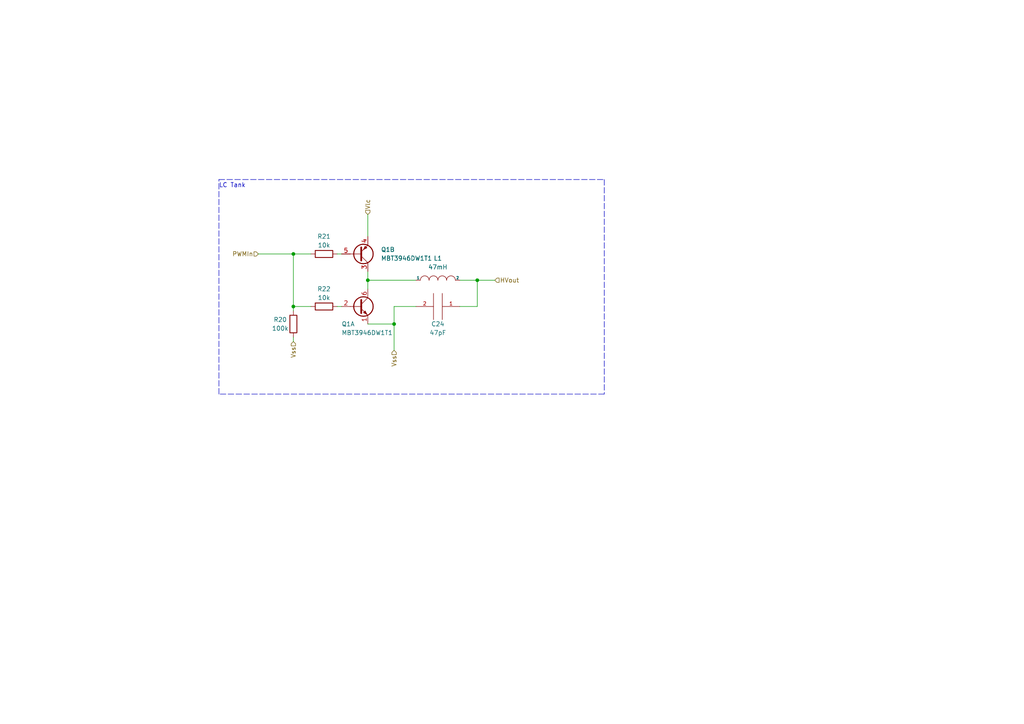
<source format=kicad_sch>
(kicad_sch (version 20211123) (generator eeschema)
  (paper "A4")
  (lib_symbols
    (symbol "Device:R" (pin_numbers hide) (pin_names (offset 0))
      (property "Reference" "R" (at 2.032 0 90))
      (property "Value" "R" (at 0 0 90))
      (symbol "R_0_1"
        (rectangle (start -1.016 -2.54) (end 1.016 2.54) (stroke (width 0.254)))
      )
      (symbol "R_1_1"
        (pin passive line (at 0 3.81 270) (length 1.27) (name "~") (number "1"))
        (pin passive line (at 0 -3.81 90) (length 1.27) (name "~") (number "2"))
      )
    )
    (symbol "Transistor_BJT:MBT3946DW1T1" (pin_names (offset 0) hide)
      (property "Reference" "Q" (at 5.08 1.27 0))
      (property "Value" "MBT3946DW1T1" (at 5.08 -1.27 0))
      (symbol "MBT3946DW1T1_0_1"
        (polyline (pts (xy 0.635 0) (xy -2.54 0)))
        (circle (center 1.27 0) (radius 2.8194) (stroke (width 0.254)))
        (circle (center 1.27 0) (radius 2.8194) (stroke (width 0.254)))
      )
      (symbol "MBT3946DW1T1_1_1"
        (polyline (pts (xy 0.635 0.635) (xy 2.54 2.54)))
        (polyline (pts (xy 0.635 -0.635) (xy 2.54 -2.54) (xy 2.54 -2.54)))
        (polyline (pts (xy 0.635 1.905) (xy 0.635 -1.905) (xy 0.635 -1.905)) (stroke (width 0.508)))
        (polyline (pts (xy 1.27 -1.778) (xy 1.778 -1.27) (xy 2.286 -2.286) (xy 1.27 -1.778) (xy 1.27 -1.778)) (fill (type outline)))
        (pin passive line (at 2.54 -5.08 90) (length 2.54) (name "E1") (number "1"))
        (pin input line (at -5.08 0 0) (length 2.54) (name "B1") (number "2"))
        (pin passive line (at 2.54 5.08 270) (length 2.54) (name "C1") (number "6"))
      )
      (symbol "MBT3946DW1T1_2_1"
        (polyline (pts (xy 0.635 0.635) (xy 2.54 2.54)))
        (polyline (pts (xy 0.635 -0.635) (xy 2.54 -2.54) (xy 2.54 -2.54)))
        (polyline (pts (xy 0.635 1.905) (xy 0.635 -1.905) (xy 0.635 -1.905)) (stroke (width 0.508)))
        (polyline (pts (xy 2.286 -1.778) (xy 1.778 -2.286) (xy 1.27 -1.27) (xy 2.286 -1.778) (xy 2.286 -1.778)) (fill (type outline)))
        (pin passive line (at 2.54 5.08 270) (length 2.54) (name "C2") (number "3"))
        (pin passive line (at 2.54 -5.08 90) (length 2.54) (name "E2") (number "4"))
        (pin input line (at -5.08 0 0) (length 2.54) (name "B2") (number "5"))
      )
    )
    (symbol "pspice:CAP" (pin_names (offset 0.254))
      (property "Reference" "C" (at 2.54 3.81 90))
      (property "Value" "CAP" (at 2.54 -3.81 90))
      (symbol "CAP_0_1"
        (polyline (pts (xy -3.81 -1.27) (xy 3.81 -1.27)))
        (polyline (pts (xy -3.81 1.27) (xy 3.81 1.27)))
      )
      (symbol "CAP_1_1"
        (pin passive line (at 0 6.35 270) (length 5.08) (name "~") (number "1"))
        (pin passive line (at 0 -6.35 90) (length 5.08) (name "~") (number "2"))
      )
    )
    (symbol "pspice:INDUCTOR" (pin_numbers hide) (pin_names (offset 0))
      (property "Reference" "L" (at 0 2.54 0))
      (property "Value" "INDUCTOR" (at 0 -1.27 0))
      (symbol "INDUCTOR_0_1"
        (arc (start -2.54 0) (mid -3.81 1.27) (end -5.08 0))
        (arc (start 0 0) (mid -1.27 1.27) (end -2.54 0))
        (arc (start 2.54 0) (mid 1.27 1.27) (end 0 0))
        (arc (start 5.08 0) (mid 3.81 1.27) (end 2.54 0))
      )
      (symbol "INDUCTOR_1_1"
        (pin input line (at -6.35 0 0) (length 1.27) (name "1") (number "1"))
        (pin input line (at 6.35 0 180) (length 1.27) (name "2") (number "2"))
      )
    )
  )
  (junction (at 138.43 81.28))
  (junction (at 106.68 81.28))
  (junction (at 85.09 88.9))
  (junction (at 85.09 73.66))
  (junction (at 114.3 93.98))
  (wire (pts (xy 85.09 97.79) (xy 85.09 99.06)))
  (wire (pts (xy 97.79 73.66) (xy 99.06 73.66)))
  (wire (pts (xy 138.43 81.28) (xy 143.51 81.28)))
  (wire (pts (xy 85.09 88.9) (xy 85.09 90.17)))
  (wire (pts (xy 133.35 81.28) (xy 138.43 81.28)))
  (wire (pts (xy 85.09 88.9) (xy 90.17 88.9)))
  (polyline (pts (xy 63.5 114.3) (xy 63.5 52.07)))
  (wire (pts (xy 138.43 81.28) (xy 138.43 88.9)))
  (polyline (pts (xy 175.26 52.07) (xy 175.26 114.3)))
  (wire (pts (xy 114.3 88.9) (xy 114.3 93.98)))
  (wire (pts (xy 97.79 88.9) (xy 99.06 88.9)))
  (wire (pts (xy 85.09 73.66) (xy 85.09 88.9)))
  (wire (pts (xy 74.93 73.66) (xy 85.09 73.66)))
  (wire (pts (xy 106.68 81.28) (xy 106.68 83.82)))
  (polyline (pts (xy 63.5 52.07) (xy 175.26 52.07)))
  (wire (pts (xy 114.3 88.9) (xy 120.65 88.9)))
  (wire (pts (xy 114.3 93.98) (xy 114.3 101.6)))
  (wire (pts (xy 85.09 73.66) (xy 90.17 73.66)))
  (wire (pts (xy 106.68 78.74) (xy 106.68 81.28)))
  (wire (pts (xy 133.35 88.9) (xy 138.43 88.9)))
  (wire (pts (xy 106.68 81.28) (xy 120.65 81.28)))
  (wire (pts (xy 106.68 93.98) (xy 114.3 93.98)))
  (polyline (pts (xy 175.26 114.3) (xy 63.5 114.3)))
  (wire (pts (xy 106.68 62.23) (xy 106.68 68.58)))
  (text "LC Tank\n" (at 63.5 54.61 0) (effects (font (size 1.27 1.27)) (justify left bottom)))
  (hierarchical_label "Vss" (shape input) (at 114.3 101.6 270))
  (hierarchical_label "PWMIn" (shape input) (at 74.93 73.66 180))
  (hierarchical_label "Vlc" (shape input) (at 106.68 62.23 90))
  (hierarchical_label "HVout" (shape input) (at 143.51 81.28 0))
  (hierarchical_label "Vss" (shape input) (at 85.09 99.06 270))
  (symbol (lib_id "Device:R") (at 85.09 93.98 0) (unit 1)
    (property "Reference" "R20" (at 81.28 92.71 0))
    (property "Value" "100k" (at 81.28 95.25 0))
    (property "Footprint" "Resistor_SMD:R_0603_1608Metric_Pad0.98x0.95mm_HandSolder" (effects hide))
    (property "Datasheet" "https://nl.mouser.com/datasheet/2/447/Yageo_03_18_2021_PYu_RC_Group_51_RoHS_L_11-2199992.pdf" (effects hide))
    (property "Ref" "RC0603JR-10100KL" (effects hide))
  )
  (symbol (lib_id "Device:R") (at 93.98 88.9 90) (unit 1)
    (property "Reference" "R22" (at 93.98 83.82 90))
    (property "Value" "10k" (at 93.98 86.36 90))
    (property "Footprint" "Resistor_SMD:R_0805_2012Metric_Pad1.20x1.40mm_HandSolder" (effects hide))
    (property "Datasheet" "https://nl.mouser.com/datasheet/2/447/Yageo_03_18_2021_PYu_RC_Group_51_RoHS_L_11-2199992.pdf" (effects hide))
    (property "Ref" "RC0805FR-0710KL" (effects hide))
  )
  (symbol (lib_id "Transistor_BJT:MBT3946DW1T1") (at 104.14 73.66 0) (mirror x) (unit 2)
    (property "Reference" "Q1" (at 110.49 72.3899 0) (effects (justify left)))
    (property "Value" "MBT3946DW1T1" (at 110.49 74.9299 0) (effects (justify left)))
    (property "Footprint" "Package_TO_SOT_SMD:SOT-363_SC-70-6" (effects hide))
    (property "Datasheet" "http://www.onsemi.com/pub_link/Collateral/MBT3946DW1T1-D.PDF" (effects hide))
    (property "Ref" "MBT3946DW1T1G" (effects hide))
  )
  (symbol (lib_id "Device:R") (at 93.98 73.66 90) (unit 1)
    (property "Reference" "R21" (at 93.98 68.58 90))
    (property "Value" "10k" (at 93.98 71.12 90))
    (property "Footprint" "Resistor_SMD:R_0805_2012Metric_Pad1.20x1.40mm_HandSolder" (effects hide))
    (property "Datasheet" "https://nl.mouser.com/datasheet/2/447/Yageo_03_18_2021_PYu_RC_Group_51_RoHS_L_11-2199992.pdf" (effects hide))
    (property "Ref" "RC0805FR-0710KL" (effects hide))
  )
  (symbol (lib_id "pspice:CAP") (at 127 88.9 270) (mirror x) (unit 1)
    (property "Reference" "C24" (at 127 93.98 90))
    (property "Value" "47pF" (at 127 96.52 90))
    (property "Footprint" "Capacitor_SMD:C_1206_3216Metric_Pad1.33x1.80mm_HandSolder" (effects hide))
    (property "Datasheet" "https://nl.mouser.com/datasheet/2/447/UPY_AC_NP0X7RX7S_6_3V_to_2KV_18-3003021.pdf" (effects hide))
    (property "Ref" "AC1206JKNPOCBN470" (effects hide))
  )
  (symbol (lib_id "Transistor_BJT:MBT3946DW1T1") (at 104.14 88.9 0) (unit 1)
    (property "Reference" "Q1" (at 99.06 93.98 0) (effects (justify left)))
    (property "Value" "MBT3946DW1T1" (at 99.06 96.52 0) (effects (justify left)))
    (property "Footprint" "Package_TO_SOT_SMD:SOT-363_SC-70-6" (effects hide))
    (property "Datasheet" "http://www.onsemi.com/pub_link/Collateral/MBT3946DW1T1-D.PDF" (effects hide))
    (property "Ref" "MBT3946DW1T1G" (effects hide))
  )
  (symbol (lib_id "pspice:INDUCTOR") (at 127 81.28 0) (unit 1)
    (property "Reference" "L1" (at 127 74.93 0))
    (property "Value" "47mH" (at 127 77.47 0))
    (property "Footprint" "Inductor_THT:L_Radial_D8.7mm_P5.00mm_Fastron_07HCP" (effects hide))
    (property "Datasheet" "https://nl.mouser.com/datasheet/2/54/rlb0913-1102117.pdf" (effects hide))
    (property "Ref" "RLB0913-473K" (effects hide))
  )
)
</source>
